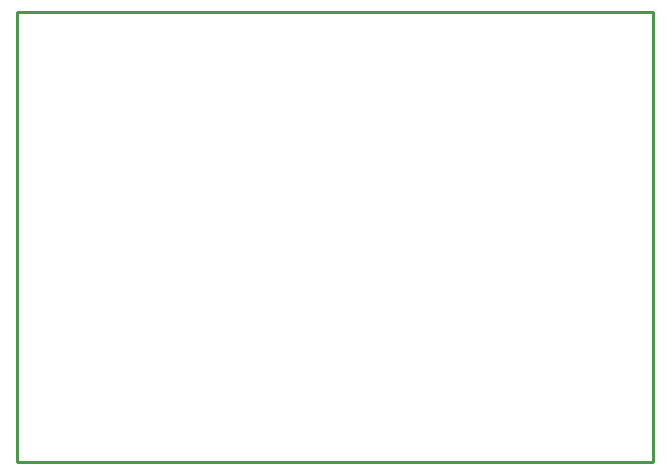
<source format=gko>
%FSLAX23Y23*%
%MOIN*%
G70*
G01*
G75*
G04 Layer_Color=16711935*
%ADD10O,0.024X0.087*%
%ADD11R,0.067X0.043*%
%ADD12R,0.276X0.118*%
%ADD13C,0.033*%
%ADD14C,0.020*%
%ADD15C,0.025*%
%ADD16R,0.150X0.150*%
%ADD17C,0.150*%
%ADD18R,0.150X0.150*%
%ADD19R,0.059X0.059*%
%ADD20C,0.059*%
%ADD21R,0.059X0.059*%
%ADD22C,0.059*%
%ADD23C,0.060*%
%ADD24R,0.059X0.059*%
%ADD25C,0.050*%
%ADD26C,0.010*%
%ADD27C,0.008*%
%ADD28C,0.010*%
%ADD29O,0.032X0.095*%
%ADD30R,0.075X0.051*%
%ADD31R,0.284X0.126*%
%ADD32R,0.158X0.158*%
%ADD33C,0.158*%
%ADD34R,0.158X0.158*%
%ADD35R,0.067X0.067*%
%ADD36C,0.067*%
%ADD37R,0.067X0.067*%
%ADD38C,0.067*%
%ADD39C,0.068*%
%ADD40R,0.067X0.067*%
%ADD41C,0.058*%
%ADD42C,0.004*%
D28*
X4167Y1070D02*
Y2569D01*
X2050D02*
X4167D01*
X2050Y1070D02*
Y2569D01*
Y1070D02*
X4166D01*
M02*

</source>
